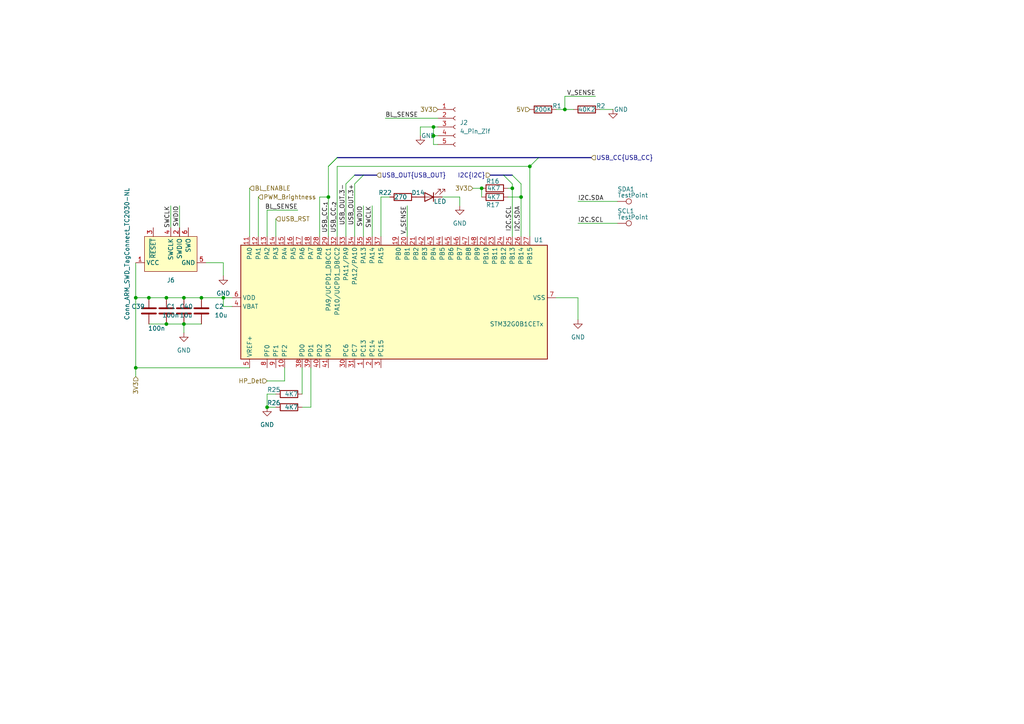
<source format=kicad_sch>
(kicad_sch (version 20250114) (generator "eeschema") (generator_version "9.0")
  (paper "A4")
  (lib_symbols
    (symbol "Connector:Conn_01x05_Socket" (pin_names (offset 1.016) (hide yes))
      (property "Reference" "J" (at 0 7.62 0))
      (property "Value" "Conn_01x05_Socket" (at 0 -7.62 0))
      (symbol "Conn_01x05_Socket_1_1"
        (polyline (pts (xy -1.27 5.08) (xy -0.508 5.08)) (stroke (width 0.1524)))
        (polyline (pts (xy -1.27 2.54) (xy -0.508 2.54)) (stroke (width 0.1524)))
        (polyline (pts (xy -1.27 0) (xy -0.508 0)) (stroke (width 0.1524)))
        (polyline (pts (xy -1.27 -2.54) (xy -0.508 -2.54)) (stroke (width 0.1524)))
        (polyline (pts (xy -1.27 -5.08) (xy -0.508 -5.08)) (stroke (width 0.1524)))
        (arc (start 0 4.572) (mid -0.5058 5.08) (end 0 5.588) (stroke (width 0.1524)))
        (arc (start 0 2.032) (mid -0.5058 2.54) (end 0 3.048) (stroke (width 0.1524)))
        (arc (start 0 -0.508) (mid -0.5058 0) (end 0 0.508) (stroke (width 0.1524)))
        (arc (start 0 -3.048) (mid -0.5058 -2.54) (end 0 -2.032) (stroke (width 0.1524)))
        (arc (start 0 -5.588) (mid -0.5058 -5.08) (end 0 -4.572) (stroke (width 0.1524)))
        (pin passive line (at -5.08 5.08 0) (length 3.81) (name "Pin_1") (number "1"))
        (pin passive line (at -5.08 2.54 0) (length 3.81) (name "Pin_2") (number "2"))
        (pin passive line (at -5.08 0 0) (length 3.81) (name "Pin_3") (number "3"))
        (pin passive line (at -5.08 -2.54 0) (length 3.81) (name "Pin_4") (number "4"))
        (pin passive line (at -5.08 -5.08 0) (length 3.81) (name "Pin_5") (number "5"))
      )
    )
    (symbol "Connector:Conn_ARM_SWD_TagConnect_TC2030-NL" (in_bom no)
      (property "Reference" "J" (at 2.54 11.43 0))
      (property "Value" "Conn_ARM_SWD_TagConnect_TC2030-NL" (at 2.54 8.89 0))
      (symbol "Conn_ARM_SWD_TagConnect_TC2030-NL_0_0"
        (pin power_in line (at -2.54 10.16 270) (length 2.54) (name "VCC") (number "1"))
        (pin power_in line (at -2.54 -10.16 90) (length 2.54) (name "GND") (number "5"))
        (pin open_collector line (at 7.62 5.08 180) (length 2.54) (name "~{RESET}") (number "3"))
        (pin output line (at 7.62 0 180) (length 2.54) (name "SWCLK") (number "4"))
        (pin bidirectional line (at 7.62 -2.54 180) (length 2.54) (name "SWDIO") (number "2"))
        (pin input line (at 7.62 -5.08 180) (length 2.54) (name "SWO") (number "6"))
      )
      (symbol "Conn_ARM_SWD_TagConnect_TC2030-NL_0_1"
        (rectangle (start -5.08 7.62) (end 5.08 -7.62) (fill (type background)))
      )
    )
    (symbol "Connector:TestPoint" (pin_numbers (hide yes)) (pin_names (offset 0.762) (hide yes))
      (property "Reference" "TP" (at 0 6.858 0))
      (property "Value" "TestPoint" (at 0 5.08 0))
      (symbol "TestPoint_0_1"
        (circle (center 0 3.302) (radius 0.762))
      )
      (symbol "TestPoint_1_1"
        (pin passive line (at 0 0 90) (length 2.54) (name "1") (number "1"))
      )
    )
    (symbol "Device:C" (pin_numbers (hide yes)) (pin_names (offset 0.254))
      (property "Reference" "C" (at 0.635 2.54 0))
      (property "Value" "C" (at 0.635 -2.54 0))
      (symbol "C_0_1"
        (polyline (pts (xy -2.032 0.762) (xy 2.032 0.762)) (stroke (width 0.508)))
        (polyline (pts (xy -2.032 -0.762) (xy 2.032 -0.762)) (stroke (width 0.508)))
      )
      (symbol "C_1_1"
        (pin passive line (at 0 3.81 270) (length 2.794) (name "~") (number "1"))
        (pin passive line (at 0 -3.81 90) (length 2.794) (name "~") (number "2"))
      )
    )
    (symbol "Device:LED" (pin_numbers (hide yes)) (pin_names (offset 1.016) (hide yes))
      (property "Reference" "D" (at 0 2.54 0))
      (property "Value" "LED" (at 0 -2.54 0))
      (symbol "LED_0_1"
        (polyline (pts (xy -3.048 -0.762) (xy -4.572 -2.286) (xy -3.81 -2.286) (xy -4.572 -2.286) (xy -4.572 -1.524)))
        (polyline (pts (xy -1.778 -0.762) (xy -3.302 -2.286) (xy -2.54 -2.286) (xy -3.302 -2.286) (xy -3.302 -1.524)))
        (polyline (pts (xy -1.27 0) (xy 1.27 0)))
        (polyline (pts (xy -1.27 -1.27) (xy -1.27 1.27)) (stroke (width 0.254)))
        (polyline (pts (xy 1.27 -1.27) (xy 1.27 1.27) (xy -1.27 0) (xy 1.27 -1.27)) (stroke (width 0.254)))
      )
      (symbol "LED_1_1"
        (pin passive line (at -3.81 0 0) (length 2.54) (name "K") (number "1"))
        (pin passive line (at 3.81 0 180) (length 2.54) (name "A") (number "2"))
      )
    )
    (symbol "Device:R" (pin_numbers (hide yes)) (pin_names (offset 0))
      (property "Reference" "R" (at 2.032 0 90))
      (property "Value" "R" (at 0 0 90))
      (symbol "R_0_1"
        (rectangle (start -1.016 -2.54) (end 1.016 2.54) (stroke (width 0.254)))
      )
      (symbol "R_1_1"
        (pin passive line (at 0 3.81 270) (length 1.27) (name "~") (number "1"))
        (pin passive line (at 0 -3.81 90) (length 1.27) (name "~") (number "2"))
      )
    )
    (symbol "GND_8" (power) (pin_numbers (hide yes)) (pin_names (offset 0) (hide yes))
      (property "Value" "GND" (at 0 -3.81 0))
      (symbol "GND_8_0_1"
        (polyline (pts (xy 0 0) (xy 0 -1.27) (xy 1.27 -1.27) (xy 0 -2.54) (xy -1.27 -1.27) (xy 0 -1.27)))
      )
      (symbol "GND_8_1_1"
        (pin power_in line (at 0 0 270) (length 0) (name "~") (number "1"))
      )
    )
    (symbol "GND_9" (power) (pin_numbers (hide yes)) (pin_names (offset 0) (hide yes))
      (property "Value" "GND" (at 0 -3.81 0))
      (symbol "GND_9_0_1"
        (polyline (pts (xy 0 0) (xy 0 -1.27) (xy 1.27 -1.27) (xy 0 -2.54) (xy -1.27 -1.27) (xy 0 -1.27)))
      )
      (symbol "GND_9_1_1"
        (pin power_in line (at 0 0 270) (length 0) (name "~") (number "1"))
      )
    )
    (symbol "MCU_ST_STM32G0:STM32G0B1CETx"
      (property "Reference" "U" (at -15.24 46.99 0))
      (property "Value" "STM32G0B1CETx" (at 5.08 46.99 0))
      (symbol "STM32G0B1CETx_0_1"
        (rectangle (start -15.24 -43.18) (end 17.78 45.72) (stroke (width 0.254)) (fill (type background)))
      )
      (symbol "STM32G0B1CETx_1_1"
        (pin input line (at -17.78 43.18 0) (length 2.54) (name "VREF+") (number "5"))
        (pin bidirectional line (at -17.78 38.1 0) (length 2.54) (name "PF0") (number "8"))
        (pin bidirectional line (at -17.78 35.56 0) (length 2.54) (name "PF1") (number "9"))
        (pin bidirectional line (at -17.78 33.02 0) (length 2.54) (name "PF2") (number "10"))
        (pin bidirectional line (at -17.78 27.94 0) (length 2.54) (name "PD0") (number "38"))
        (pin bidirectional line (at -17.78 25.4 0) (length 2.54) (name "PD1") (number "39"))
        (pin bidirectional line (at -17.78 22.86 0) (length 2.54) (name "PD2") (number "40"))
        (pin bidirectional line (at -17.78 20.32 0) (length 2.54) (name "PD3") (number "41"))
        (pin bidirectional line (at -17.78 15.24 0) (length 2.54) (name "PC6") (number "30"))
        (pin bidirectional line (at -17.78 12.7 0) (length 2.54) (name "PC7") (number "31"))
        (pin bidirectional line (at -17.78 10.16 0) (length 2.54) (name "PC13") (number "1"))
        (pin bidirectional line (at -17.78 7.62 0) (length 2.54) (name "PC14") (number "2"))
        (pin bidirectional line (at -17.78 5.08 0) (length 2.54) (name "PC15") (number "3"))
        (pin power_in line (at 0 48.26 270) (length 2.54) (name "VBAT") (number "4"))
        (pin power_in line (at 2.54 48.26 270) (length 2.54) (name "VDD") (number "6"))
        (pin power_in line (at 2.54 -45.72 90) (length 2.54) (name "VSS") (number "7"))
        (pin bidirectional line (at 20.32 43.18 180) (length 2.54) (name "PA0") (number "11"))
        (pin bidirectional line (at 20.32 40.64 180) (length 2.54) (name "PA1") (number "12"))
        (pin bidirectional line (at 20.32 38.1 180) (length 2.54) (name "PA2") (number "13"))
        (pin bidirectional line (at 20.32 35.56 180) (length 2.54) (name "PA3") (number "14"))
        (pin bidirectional line (at 20.32 33.02 180) (length 2.54) (name "PA4") (number "15"))
        (pin bidirectional line (at 20.32 30.48 180) (length 2.54) (name "PA5") (number "16"))
        (pin bidirectional line (at 20.32 27.94 180) (length 2.54) (name "PA6") (number "17"))
        (pin bidirectional line (at 20.32 25.4 180) (length 2.54) (name "PA7") (number "18"))
        (pin bidirectional line (at 20.32 22.86 180) (length 2.54) (name "PA8") (number "28"))
        (pin bidirectional line (at 20.32 20.32 180) (length 2.54) (name "PA9/UCPD1_DBCC1") (number "29"))
        (pin bidirectional line (at 20.32 17.78 180) (length 2.54) (name "PA10/UCPD1_DBCC2") (number "32"))
        (pin bidirectional line (at 20.32 15.24 180) (length 2.54) (name "PA11/PA9") (number "33"))
        (pin bidirectional line (at 20.32 12.7 180) (length 2.54) (name "PA12/PA10") (number "34"))
        (pin bidirectional line (at 20.32 10.16 180) (length 2.54) (name "PA13") (number "35"))
        (pin bidirectional line (at 20.32 7.62 180) (length 2.54) (name "PA14") (number "36"))
        (pin bidirectional line (at 20.32 5.08 180) (length 2.54) (name "PA15") (number "37"))
        (pin bidirectional line (at 20.32 0 180) (length 2.54) (name "PB0") (number "19"))
        (pin bidirectional line (at 20.32 -2.54 180) (length 2.54) (name "PB1") (number "20"))
        (pin bidirectional line (at 20.32 -5.08 180) (length 2.54) (name "PB2") (number "21"))
        (pin bidirectional line (at 20.32 -7.62 180) (length 2.54) (name "PB3") (number "42"))
        (pin bidirectional line (at 20.32 -10.16 180) (length 2.54) (name "PB4") (number "43"))
        (pin bidirectional line (at 20.32 -12.7 180) (length 2.54) (name "PB5") (number "44"))
        (pin bidirectional line (at 20.32 -15.24 180) (length 2.54) (name "PB6") (number "45"))
        (pin bidirectional line (at 20.32 -17.78 180) (length 2.54) (name "PB7") (number "46"))
        (pin bidirectional line (at 20.32 -20.32 180) (length 2.54) (name "PB8") (number "47"))
        (pin bidirectional line (at 20.32 -22.86 180) (length 2.54) (name "PB9") (number "48"))
        (pin bidirectional line (at 20.32 -25.4 180) (length 2.54) (name "PB10") (number "22"))
        (pin bidirectional line (at 20.32 -27.94 180) (length 2.54) (name "PB11") (number "23"))
        (pin bidirectional line (at 20.32 -30.48 180) (length 2.54) (name "PB12") (number "24"))
        (pin bidirectional line (at 20.32 -33.02 180) (length 2.54) (name "PB13") (number "25"))
        (pin bidirectional line (at 20.32 -35.56 180) (length 2.54) (name "PB14") (number "26"))
        (pin bidirectional line (at 20.32 -38.1 180) (length 2.54) (name "PB15") (number "27"))
      )
    )
    (symbol "power:GND" (power) (pin_names (offset 0))
      (property "Value" "GND" (at 0 -3.81 0))
      (symbol "GND_0_1"
        (polyline (pts (xy 0 0) (xy 0 -1.27) (xy 1.27 -1.27) (xy 0 -2.54) (xy -1.27 -1.27) (xy 0 -1.27)))
      )
      (symbol "GND_1_1"
        (pin power_in line (at 0 0 270) (length 0) (hide yes) (name "GND") (number "1"))
      )
    )
  )
  (junction (at 95.25 57.15))
  (junction (at 53.34 93.98))
  (junction (at 58.42 86.36))
  (junction (at 148.59 54.61))
  (junction (at 151.13 57.15))
  (junction (at 125.73 36.83))
  (junction (at 139.7 54.61))
  (junction (at 48.26 93.98))
  (junction (at 43.18 86.36))
  (junction (at 163.83 31.75))
  (junction (at 39.37 86.36))
  (junction (at 53.34 86.36))
  (junction (at 77.47 118.11))
  (junction (at 48.26 86.36))
  (junction (at 153.67 48.26))
  (junction (at 64.77 86.36))
  (junction (at 39.37 106.68))
  (junction (at 125.73 39.37))
  (bus_entry (at 102.87 50.8) (size -2.54 2.54))
  (bus_entry (at 105.41 50.8) (size -2.54 2.54))
  (bus_entry (at 97.79 45.72) (size -2.54 2.54))
  (bus_entry (at 156.21 45.72) (size -2.54 2.54))
  (bus_entry (at 148.59 50.8) (size 2.54 2.54))
  (bus_entry (at 146.05 50.8) (size 2.54 2.54))
  (bus_entry (at 97.79 45.72) (size -2.54 2.54))
  (wire (pts (xy 87.63 118.11) (xy 90.17 118.11)))
  (wire (pts (xy 43.18 93.98) (xy 48.26 93.98)))
  (wire (pts (xy 92.71 57.15) (xy 95.25 57.15)))
  (wire (pts (xy 39.37 86.36) (xy 43.18 86.36)))
  (wire (pts (xy 163.83 27.94) (xy 163.83 31.75)))
  (wire (pts (xy 167.64 86.36) (xy 167.64 92.71)))
  (wire (pts (xy 172.72 27.94) (xy 163.83 27.94)))
  (wire (pts (xy 148.59 53.34) (xy 148.59 54.61)))
  (wire (pts (xy 128.27 57.15) (xy 133.35 57.15)))
  (wire (pts (xy 77.47 114.3) (xy 77.47 118.11)))
  (bus (pts (xy 156.21 45.72) (xy 171.45 45.72)))
  (wire (pts (xy 147.32 54.61) (xy 148.59 54.61)))
  (wire (pts (xy 95.25 57.15) (xy 95.25 68.58)))
  (wire (pts (xy 92.71 68.58) (xy 92.71 57.15)))
  (wire (pts (xy 39.37 76.2) (xy 39.37 86.36)))
  (wire (pts (xy 167.64 58.42) (xy 179.07 58.42)))
  (bus (pts (xy 146.05 50.8) (xy 148.59 50.8)))
  (wire (pts (xy 151.13 57.15) (xy 151.13 68.58)))
  (wire (pts (xy 74.93 57.15) (xy 74.93 68.58)))
  (wire (pts (xy 163.83 31.75) (xy 166.37 31.75)))
  (wire (pts (xy 64.77 86.36) (xy 64.77 88.9)))
  (wire (pts (xy 151.13 53.34) (xy 151.13 57.15)))
  (wire (pts (xy 121.92 36.83) (xy 121.92 39.37)))
  (wire (pts (xy 111.76 34.29) (xy 127 34.29)))
  (wire (pts (xy 80.01 114.3) (xy 77.47 114.3)))
  (wire (pts (xy 39.37 86.36) (xy 39.37 106.68)))
  (wire (pts (xy 39.37 106.68) (xy 72.39 106.68)))
  (wire (pts (xy 100.33 53.34) (xy 100.33 68.58)))
  (wire (pts (xy 147.32 57.15) (xy 151.13 57.15)))
  (wire (pts (xy 58.42 86.36) (xy 64.77 86.36)))
  (wire (pts (xy 95.25 48.26) (xy 95.25 57.15)))
  (bus (pts (xy 156.21 45.72) (xy 97.79 45.72)))
  (wire (pts (xy 148.59 54.61) (xy 148.59 68.58)))
  (wire (pts (xy 64.77 88.9) (xy 67.31 88.9)))
  (wire (pts (xy 125.73 39.37) (xy 125.73 36.83)))
  (wire (pts (xy 97.79 48.26) (xy 97.79 68.58)))
  (wire (pts (xy 107.95 59.69) (xy 107.95 68.58)))
  (wire (pts (xy 39.37 106.68) (xy 39.37 109.22)))
  (wire (pts (xy 77.47 60.96) (xy 86.36 60.96)))
  (wire (pts (xy 105.41 59.69) (xy 105.41 68.58)))
  (wire (pts (xy 48.26 93.98) (xy 53.34 93.98)))
  (wire (pts (xy 173.99 31.75) (xy 177.8 31.75)))
  (wire (pts (xy 77.47 118.11) (xy 80.01 118.11)))
  (bus (pts (xy 102.87 50.8) (xy 105.41 50.8)))
  (wire (pts (xy 125.73 36.83) (xy 121.92 36.83)))
  (wire (pts (xy 77.47 60.96) (xy 77.47 68.58)))
  (wire (pts (xy 102.87 53.34) (xy 102.87 68.58)))
  (wire (pts (xy 167.64 64.77) (xy 179.07 64.77)))
  (bus (pts (xy 142.24 50.8) (xy 146.05 50.8)))
  (wire (pts (xy 153.67 48.26) (xy 153.67 68.58)))
  (wire (pts (xy 139.7 54.61) (xy 139.7 57.15)))
  (wire (pts (xy 49.53 59.69) (xy 49.53 66.04)))
  (wire (pts (xy 52.07 59.69) (xy 52.07 66.04)))
  (wire (pts (xy 43.18 86.36) (xy 48.26 86.36)))
  (wire (pts (xy 161.29 86.36) (xy 167.64 86.36)))
  (wire (pts (xy 118.11 59.69) (xy 118.11 68.58)))
  (wire (pts (xy 90.17 118.11) (xy 90.17 106.68)))
  (wire (pts (xy 133.35 57.15) (xy 133.35 59.69)))
  (wire (pts (xy 53.34 86.36) (xy 58.42 86.36)))
  (wire (pts (xy 72.39 54.61) (xy 72.39 68.58)))
  (wire (pts (xy 64.77 86.36) (xy 67.31 86.36)))
  (wire (pts (xy 48.26 86.36) (xy 53.34 86.36)))
  (wire (pts (xy 53.34 93.98) (xy 53.34 96.52)))
  (wire (pts (xy 127 39.37) (xy 125.73 39.37)))
  (wire (pts (xy 77.47 110.49) (xy 82.55 110.49)))
  (wire (pts (xy 59.69 76.2) (xy 64.77 76.2)))
  (wire (pts (xy 53.34 93.98) (xy 58.42 93.98)))
  (wire (pts (xy 80.01 68.58) (xy 80.01 63.5)))
  (wire (pts (xy 87.63 106.68) (xy 87.63 114.3)))
  (wire (pts (xy 113.03 57.15) (xy 110.49 57.15)))
  (wire (pts (xy 137.16 54.61) (xy 139.7 54.61)))
  (bus (pts (xy 105.41 50.8) (xy 109.22 50.8)))
  (wire (pts (xy 82.55 110.49) (xy 82.55 106.68)))
  (wire (pts (xy 64.77 76.2) (xy 64.77 80.01)))
  (wire (pts (xy 161.29 31.75) (xy 163.83 31.75)))
  (wire (pts (xy 127 41.91) (xy 125.73 41.91)))
  (wire (pts (xy 110.49 57.15) (xy 110.49 68.58)))
  (wire (pts (xy 127 36.83) (xy 125.73 36.83)))
  (wire (pts (xy 125.73 41.91) (xy 125.73 39.37)))
  (wire (pts (xy 97.79 48.26) (xy 153.67 48.26)))
  (label "I2C.SCL" (at 148.59 59.69 270))
  (label "USB_OUT.3+" (at 102.87 53.34 270))
  (label "I2C.SDA" (at 151.13 59.69 270))
  (label "SWCLK" (at 107.95 59.69 270))
  (label "SWDIO" (at 105.41 59.69 270))
  (label "USB_CC._{2}" (at 97.79 58.42 270))
  (label "V_SENSE" (at 118.11 59.69 270))
  (label "USB_CC._{1}" (at 95.25 58.42 270))
  (label "BL_SENSE" (at 111.76 34.29 0))
  (label "BL_SENSE" (at 86.36 60.96 180))
  (label "USB_OUT.3-" (at 100.33 53.34 270))
  (label "SWDIO" (at 52.07 59.69 270))
  (label "I2C.SDA" (at 167.64 58.42 0))
  (label "V_SENSE" (at 172.72 27.94 180))
  (label "SWCLK" (at 49.53 59.69 270))
  (label "I2C.SCL" (at 167.64 64.77 0))
  (hierarchical_label "3V3" (shape input) (at 39.37 109.22 270))
  (hierarchical_label "USB_CC{USB_CC}" (shape input) (at 171.45 45.72 0))
  (hierarchical_label "HP_Det" (shape input) (at 77.47 110.49 180))
  (hierarchical_label "3V3" (shape input) (at 137.16 54.61 180))
  (hierarchical_label "3V3" (shape input) (at 127 31.75 180))
  (hierarchical_label "I2C{I2C}" (shape input) (at 142.24 50.8 180))
  (hierarchical_label "BL_ENABLE" (shape input) (at 72.39 54.61 0))
  (hierarchical_label "USB_OUT{USB_OUT}" (shape input) (at 109.22 50.8 0))
  (hierarchical_label "USB_RST" (shape input) (at 80.01 63.5 0))
  (hierarchical_label "5V" (shape input) (at 153.67 31.75 180))
  (hierarchical_label "PWM_Brightness" (shape input) (at 74.93 57.15 0))
  (symbol (lib_id "Device:R") (at 116.84 57.15 270) (unit 1)
    (property "Reference" "R22" (at 113.665 55.88 90) (effects (justify right)))
    (property "Value" "270" (at 118.11 57.15 90) (effects (justify right)))
    (property "Footprint" "PuzzLib:0603_R" (effects (hide yes)))
  )
  (symbol (lib_id "Device:R") (at 143.51 54.61 270) (unit 1)
    (property "Reference" "R16" (at 140.97 52.578 90) (effects (justify left)))
    (property "Value" "4K7" (at 141.224 54.61 90) (effects (justify left)))
    (property "Footprint" "PuzzLib:0603_R" (effects (hide yes)))
    (property "Description" "Resistor" (effects (hide yes)))
  )
  (symbol (lib_id "Connector:TestPoint") (at 179.07 64.77 270) (unit 1)
    (property "Reference" "SCL1" (at 179.07 61.214 90) (effects (justify left)))
    (property "Value" "TestPoint" (at 179.07 62.992 90) (effects (justify left)))
    (property "Footprint" "TestPoint:TestPoint_Pad_D1.0mm" (effects (hide yes)))
    (property "Description" "test point" (effects (hide yes)))
  )
  (symbol (lib_name "GND_9") (lib_id "power:GND") (at 121.92 39.37 0) (unit 1)
    (property "Reference" "#PWR017" (effects (hide yes)))
    (property "Value" "GND" (at 124.206 39.37 0))
    (property "Description" "Power symbol creates a global label with name \"GND\" , ground" (effects (hide yes)))
  )
  (symbol (lib_id "Connector:TestPoint") (at 179.07 58.42 270) (unit 1)
    (property "Reference" "SDA1" (at 179.07 54.864 90) (effects (justify left)))
    (property "Value" "TestPoint" (at 179.07 56.642 90) (effects (justify left)))
    (property "Footprint" "TestPoint:TestPoint_Pad_D1.0mm" (effects (hide yes)))
    (property "Description" "test point" (effects (hide yes)))
  )
  (symbol (lib_id "MCU_ST_STM32G0:STM32G0B1CETx") (at 115.57 88.9 90) (unit 1)
    (property "Reference" "U1" (at 156.21 69.596 90))
    (property "Value" "STM32G0B1CETx" (at 149.86 93.98 90))
    (property "Footprint" "Package_QFP:LQFP-48_7x7mm_P0.5mm" (effects (hide yes)))
    (property "Datasheet" "https://www.st.com/resource/en/datasheet/stm32g0b1ce.pdf" (effects (hide yes)))
  )
  (symbol (lib_id "power:GND") (at 77.47 118.11 0) (unit 1)
    (property "Reference" "#PWR011" (effects (hide yes)))
    (property "Value" "GND" (at 77.47 123.19 0))
  )
  (symbol (lib_id "Device:R") (at 83.82 114.3 90) (unit 1)
    (property "Reference" "R25" (at 77.47 113.03 90) (effects (justify right)))
    (property "Value" "4K7" (at 82.55 114.3 90) (effects (justify right)))
    (property "Footprint" "PuzzLib:0603_R" (effects (hide yes)))
  )
  (symbol (lib_id "Device:R") (at 157.48 31.75 90) (unit 1)
    (property "Reference" "R1" (at 161.544 30.734 90))
    (property "Value" "200K" (at 157.48 31.75 90))
    (property "Footprint" "PuzzLib:0603_R" (effects (hide yes)))
    (property "Description" "Resistor" (effects (hide yes)))
  )
  (symbol (lib_id "power:GND") (at 167.64 92.71 0) (unit 1)
    (property "Reference" "#PWR04" (effects (hide yes)))
    (property "Value" "GND" (at 167.64 97.79 0))
  )
  (symbol (lib_id "Device:R") (at 143.51 57.15 270) (unit 1)
    (property "Reference" "R17" (at 140.97 59.436 90) (effects (justify left)))
    (property "Value" "4K7" (at 141.224 57.15 90) (effects (justify left)))
    (property "Footprint" "PuzzLib:0603_R" (effects (hide yes)))
    (property "Description" "Resistor" (effects (hide yes)))
  )
  (symbol (lib_id "Connector:Conn_01x05_Socket") (at 132.08 36.83 0) (unit 1)
    (property "Reference" "J2" (at 133.35 35.5599 0) (effects (justify left)))
    (property "Value" "4_Pin_Zif" (at 133.35 38.0999 0) (effects (justify left)))
    (property "Footprint" "PuzzLib:FH19C-4S-0.5SH(10)" (effects (hide yes)))
    (property "Description" "Generic connector, single row, 01x05, script generated" (effects (hide yes)))
  )
  (symbol (lib_id "Device:C") (at 58.42 90.17 0) (unit 1)
    (property "Reference" "C2" (at 62.23 88.9 0) (effects (justify left)))
    (property "Value" "10u" (at 62.23 91.44 0) (effects (justify left)))
    (property "Footprint" "PuzzLib:0603_C" (effects (hide yes)))
  )
  (symbol (lib_name "GND_9") (lib_id "power:GND") (at 177.8 31.75 0) (unit 1)
    (property "Reference" "#PWR018" (effects (hide yes)))
    (property "Value" "GND" (at 180.086 31.75 0))
    (property "Description" "Power symbol creates a global label with name \"GND\" , ground" (effects (hide yes)))
  )
  (symbol (lib_id "Device:C") (at 43.18 90.17 0) (unit 1)
    (property "Reference" "C39" (at 38.1 88.9 0) (effects (justify left)))
    (property "Value" "100n" (at 42.926 95.25 0) (effects (justify left)))
    (property "Footprint" "PuzzLib:0603_C" (effects (hide yes)))
  )
  (symbol (lib_id "Connector:Conn_ARM_SWD_TagConnect_TC2030-NL") (at 49.53 73.66 90) (unit 1) (in_bom no)
    (property "Reference" "J6" (at 49.53 81.28 90))
    (property "Value" "Conn_ARM_SWD_TagConnect_TC2030-NL" (at 36.83 73.66 0))
    (property "Footprint" "Connector:Tag-Connect_TC2030-IDC-NL_2x03_P1.27mm_Vertical" (effects (hide yes)))
    (property "Datasheet" "https://www.tag-connect.com/wp-content/uploads/bsk-pdf-manager/TC2030-CTX_1.pdf" (effects (hide yes)))
  )
  (symbol (lib_id "Device:C") (at 48.26 90.17 0) (unit 1)
    (property "Reference" "C40" (at 52.07 88.9 0) (effects (justify left)))
    (property "Value" "10u" (at 52.07 91.44 0) (effects (justify left)))
    (property "Footprint" "PuzzLib:0603_C" (effects (hide yes)))
  )
  (symbol (lib_id "Device:LED") (at 124.46 57.15 180) (unit 1)
    (property "Reference" "D14" (at 121.285 55.88 0))
    (property "Value" "LED" (at 127.635 58.42 0))
    (property "Footprint" "PuzzLib:LTST_Diode" (effects (hide yes)))
    (property "Description" "Light emitting diode" (effects (hide yes)))
    (property "Sim.Pins" "1=K 2=A" (effects (hide yes)))
  )
  (symbol (lib_id "power:GND") (at 133.35 59.69 0) (unit 1)
    (property "Reference" "#PWR026" (effects (hide yes)))
    (property "Value" "GND" (at 133.35 64.77 0))
  )
  (symbol (lib_id "power:GND") (at 53.34 96.52 0) (unit 1)
    (property "Reference" "#PWR01" (effects (hide yes)))
    (property "Value" "GND" (at 53.34 101.6 0))
  )
  (symbol (lib_id "Device:C") (at 53.34 90.17 0) (unit 1)
    (property "Reference" "C1" (at 48.26 88.9 0) (effects (justify left)))
    (property "Value" "100n" (at 46.99 91.44 0) (effects (justify left)))
    (property "Footprint" "PuzzLib:0603_C" (effects (hide yes)))
  )
  (symbol (lib_id "Device:R") (at 83.82 118.11 90) (unit 1)
    (property "Reference" "R26" (at 77.47 116.84 90) (effects (justify right)))
    (property "Value" "4K7" (at 82.55 118.11 90) (effects (justify right)))
    (property "Footprint" "PuzzLib:0603_R" (effects (hide yes)))
  )
  (symbol (lib_name "GND_8") (lib_id "power:GND") (at 64.77 80.01 0) (unit 1)
    (property "Reference" "#PWR016" (effects (hide yes)))
    (property "Value" "GND" (at 64.77 85.09 0))
    (property "Description" "Power symbol creates a global label with name \"GND\" , ground" (effects (hide yes)))
  )
  (symbol (lib_id "Device:R") (at 170.18 31.75 90) (unit 1)
    (property "Reference" "R2" (at 174.244 30.734 90))
    (property "Value" "40K2" (at 170.18 31.75 90))
    (property "Footprint" "PuzzLib:0603_R" (effects (hide yes)))
    (property "Description" "Resistor" (effects (hide yes)))
  )
)
</source>
